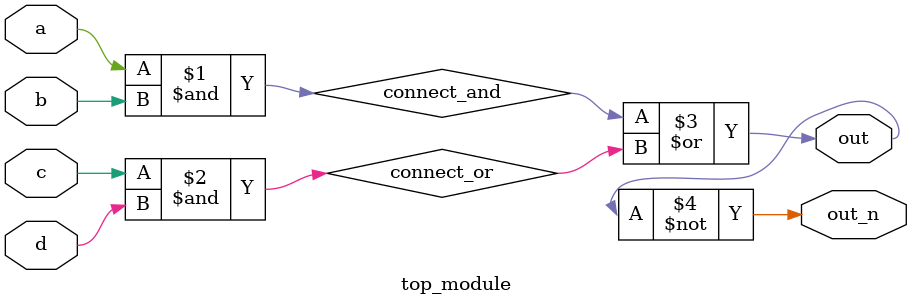
<source format=v>
`default_nettype none
module top_module(
    input a,
    input b,
    input c,
    input d,
    output out,
    output out_n   ); 
    wire connect_and;
    wire connect_or;
    assign connect_and = a&b;
    assign connect_or = c&d;
    assign out = connect_and|connect_or;
    assign out_n = ~out;

endmodule

</source>
